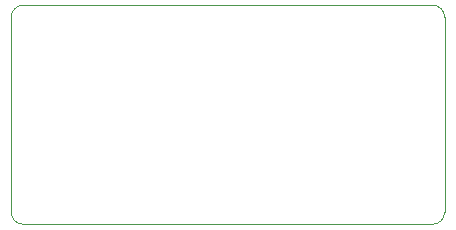
<source format=gbr>
%TF.GenerationSoftware,KiCad,Pcbnew,(5.1.8)-1*%
%TF.CreationDate,2020-12-30T10:18:30-07:00*%
%TF.ProjectId,Axle-Tx-PCB(STM32)v2,41786c65-2d54-4782-9d50-43422853544d,rev?*%
%TF.SameCoordinates,PX1a73ae0PY3563620*%
%TF.FileFunction,Profile,NP*%
%FSLAX46Y46*%
G04 Gerber Fmt 4.6, Leading zero omitted, Abs format (unit mm)*
G04 Created by KiCad (PCBNEW (5.1.8)-1) date 2020-12-30 10:18:30*
%MOMM*%
%LPD*%
G01*
G04 APERTURE LIST*
%TA.AperFunction,Profile*%
%ADD10C,0.050000*%
%TD*%
G04 APERTURE END LIST*
D10*
X35979100Y965200D02*
X36296600Y965200D01*
X35979100Y19507200D02*
X36296600Y19507200D01*
X35915600Y19507200D02*
X35979100Y19507200D01*
X37312600Y1981200D02*
X37312600Y18491200D01*
X1625600Y965200D02*
X2197100Y965200D01*
X609600Y2489200D02*
X609600Y1981200D01*
X1625600Y965200D02*
G75*
G02*
X609600Y1981200I0J1016000D01*
G01*
X609600Y18491200D02*
X609600Y2489200D01*
X609600Y18491200D02*
G75*
G02*
X1625600Y19507200I1016000J0D01*
G01*
X2387600Y19507200D02*
X1625600Y19507200D01*
X36296600Y19507200D02*
G75*
G02*
X37312600Y18491200I0J-1016000D01*
G01*
X37312600Y1981200D02*
G75*
G02*
X36296600Y965200I-1016000J0D01*
G01*
X35979100Y965200D02*
X2197100Y965200D01*
X2387600Y19507200D02*
X35915600Y19507200D01*
M02*

</source>
